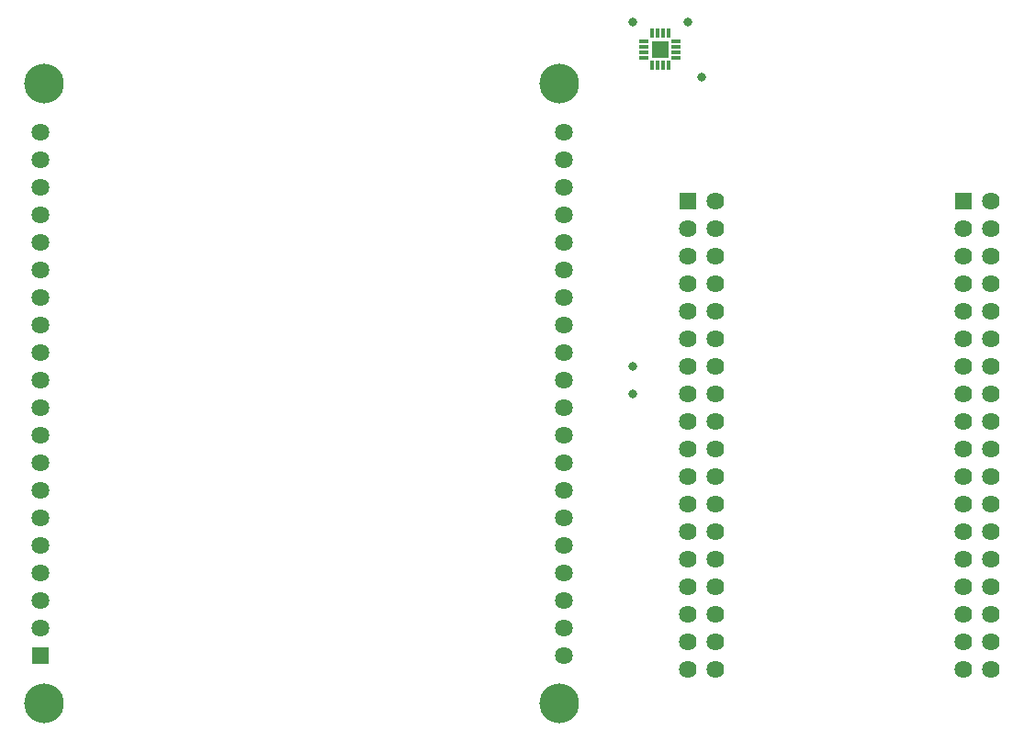
<source format=gbr>
G04*
G04 #@! TF.GenerationSoftware,Altium Limited,Altium Designer,25.5.2 (35)*
G04*
G04 Layer_Color=8388736*
%FSLAX25Y25*%
%MOIN*%
G70*
G04*
G04 #@! TF.SameCoordinates,B2316909-82D1-4C6C-8CF9-3FEF708230A5*
G04*
G04*
G04 #@! TF.FilePolarity,Negative*
G04*
G01*
G75*
%ADD15R,0.03550X0.01502*%
%ADD16R,0.01502X0.03550*%
%ADD17R,0.06306X0.06306*%
%ADD18R,0.06400X0.06400*%
%ADD19C,0.06400*%
%ADD20C,0.14400*%
%ADD21R,0.06424X0.06424*%
%ADD22C,0.06424*%
%ADD23C,0.03156*%
D15*
X244094Y272047D02*
D03*
Y274016D02*
D03*
Y275984D02*
D03*
Y277953D02*
D03*
X255906D02*
D03*
Y275984D02*
D03*
Y274016D02*
D03*
Y272047D02*
D03*
D16*
X247047Y280906D02*
D03*
X249016D02*
D03*
X250984D02*
D03*
X252953D02*
D03*
Y269094D02*
D03*
X250984D02*
D03*
X249016D02*
D03*
X247047D02*
D03*
D17*
X250000Y275000D02*
D03*
D18*
X260000Y220000D02*
D03*
X360000D02*
D03*
D19*
X270000D02*
D03*
X260000Y210000D02*
D03*
X270000D02*
D03*
X260000Y200000D02*
D03*
X270000D02*
D03*
X260000Y190000D02*
D03*
X270000D02*
D03*
X260000Y180000D02*
D03*
X270000D02*
D03*
X260000Y170000D02*
D03*
X270000D02*
D03*
X260000Y160000D02*
D03*
X270000D02*
D03*
X260000Y150000D02*
D03*
X270000D02*
D03*
X260000Y140000D02*
D03*
X270000D02*
D03*
X260000Y130000D02*
D03*
X270000D02*
D03*
X260000Y120000D02*
D03*
X270000D02*
D03*
X260000Y110000D02*
D03*
X270000D02*
D03*
X260000Y100000D02*
D03*
X270000D02*
D03*
X260000Y90000D02*
D03*
X270000D02*
D03*
X260000Y80000D02*
D03*
X270000D02*
D03*
X260000Y70000D02*
D03*
X270000D02*
D03*
X260000Y60000D02*
D03*
X270000D02*
D03*
X260000Y50000D02*
D03*
X270000D02*
D03*
X370000Y220000D02*
D03*
X360000Y210000D02*
D03*
X370000D02*
D03*
X360000Y200000D02*
D03*
X370000D02*
D03*
X360000Y190000D02*
D03*
X370000D02*
D03*
X360000Y180000D02*
D03*
X370000D02*
D03*
X360000Y170000D02*
D03*
X370000D02*
D03*
X360000Y160000D02*
D03*
X370000D02*
D03*
X360000Y150000D02*
D03*
X370000D02*
D03*
X360000Y140000D02*
D03*
X370000D02*
D03*
X360000Y130000D02*
D03*
X370000D02*
D03*
X360000Y120000D02*
D03*
X370000D02*
D03*
X360000Y110000D02*
D03*
X370000D02*
D03*
X360000Y100000D02*
D03*
X370000D02*
D03*
X360000Y90000D02*
D03*
X370000D02*
D03*
X360000Y80000D02*
D03*
X370000D02*
D03*
X360000Y70000D02*
D03*
X370000D02*
D03*
X360000Y60000D02*
D03*
X370000D02*
D03*
X360000Y50000D02*
D03*
X370000D02*
D03*
D20*
X26500Y37500D02*
D03*
X213500D02*
D03*
X26500Y262500D02*
D03*
X213500D02*
D03*
D21*
X25000Y55000D02*
D03*
D22*
Y145000D02*
D03*
Y135000D02*
D03*
Y125000D02*
D03*
Y115000D02*
D03*
Y105000D02*
D03*
Y95000D02*
D03*
Y85000D02*
D03*
Y75000D02*
D03*
Y65000D02*
D03*
Y155000D02*
D03*
Y165000D02*
D03*
Y175000D02*
D03*
Y185000D02*
D03*
Y195000D02*
D03*
Y205000D02*
D03*
Y215000D02*
D03*
Y225000D02*
D03*
Y235000D02*
D03*
Y245000D02*
D03*
X215000Y55000D02*
D03*
Y65000D02*
D03*
Y75000D02*
D03*
Y85000D02*
D03*
Y95000D02*
D03*
Y105000D02*
D03*
Y115000D02*
D03*
Y125000D02*
D03*
Y135000D02*
D03*
Y145000D02*
D03*
Y155000D02*
D03*
Y165000D02*
D03*
Y175000D02*
D03*
Y185000D02*
D03*
Y195000D02*
D03*
Y205000D02*
D03*
Y215000D02*
D03*
Y225000D02*
D03*
Y235000D02*
D03*
Y245000D02*
D03*
D23*
X240000Y285000D02*
D03*
X260000D02*
D03*
X265000Y265000D02*
D03*
X240000Y160000D02*
D03*
Y150000D02*
D03*
M02*

</source>
